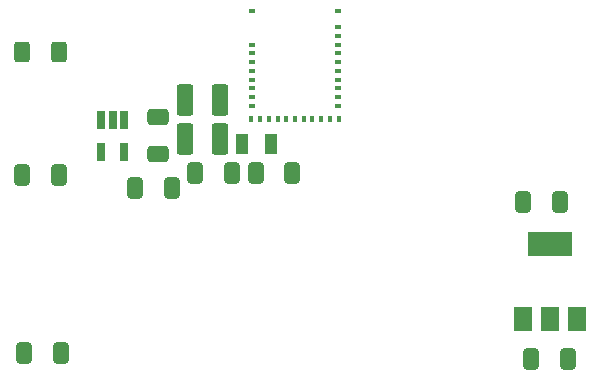
<source format=gbr>
G04 #@! TF.GenerationSoftware,KiCad,Pcbnew,6.0.6*
G04 #@! TF.CreationDate,2022-06-26T18:27:28+02:00*
G04 #@! TF.ProjectId,Sunmachine-A3,53756e6d-6163-4686-996e-652d41332e6b,rev?*
G04 #@! TF.SameCoordinates,Original*
G04 #@! TF.FileFunction,Paste,Top*
G04 #@! TF.FilePolarity,Positive*
%FSLAX46Y46*%
G04 Gerber Fmt 4.6, Leading zero omitted, Abs format (unit mm)*
G04 Created by KiCad (PCBNEW 6.0.6) date 2022-06-26 18:27:28*
%MOMM*%
%LPD*%
G01*
G04 APERTURE LIST*
G04 Aperture macros list*
%AMRoundRect*
0 Rectangle with rounded corners*
0 $1 Rounding radius*
0 $2 $3 $4 $5 $6 $7 $8 $9 X,Y pos of 4 corners*
0 Add a 4 corners polygon primitive as box body*
4,1,4,$2,$3,$4,$5,$6,$7,$8,$9,$2,$3,0*
0 Add four circle primitives for the rounded corners*
1,1,$1+$1,$2,$3*
1,1,$1+$1,$4,$5*
1,1,$1+$1,$6,$7*
1,1,$1+$1,$8,$9*
0 Add four rect primitives between the rounded corners*
20,1,$1+$1,$2,$3,$4,$5,0*
20,1,$1+$1,$4,$5,$6,$7,0*
20,1,$1+$1,$6,$7,$8,$9,0*
20,1,$1+$1,$8,$9,$2,$3,0*%
G04 Aperture macros list end*
%ADD10RoundRect,0.250000X-0.412500X-0.650000X0.412500X-0.650000X0.412500X0.650000X-0.412500X0.650000X0*%
%ADD11RoundRect,0.250000X0.412500X0.650000X-0.412500X0.650000X-0.412500X-0.650000X0.412500X-0.650000X0*%
%ADD12RoundRect,0.250000X0.400000X0.625000X-0.400000X0.625000X-0.400000X-0.625000X0.400000X-0.625000X0*%
%ADD13R,0.650000X1.560000*%
%ADD14RoundRect,0.250000X-0.650000X0.412500X-0.650000X-0.412500X0.650000X-0.412500X0.650000X0.412500X0*%
%ADD15RoundRect,0.250001X0.462499X1.074999X-0.462499X1.074999X-0.462499X-1.074999X0.462499X-1.074999X0*%
%ADD16RoundRect,0.250001X-0.462499X-1.074999X0.462499X-1.074999X0.462499X1.074999X-0.462499X1.074999X0*%
%ADD17R,1.500000X2.000000*%
%ADD18R,3.800000X2.000000*%
%ADD19R,1.000000X1.800000*%
%ADD20R,0.600000X0.400000*%
%ADD21R,0.400000X0.600000*%
G04 APERTURE END LIST*
D10*
G04 #@! TO.C,C2*
X163283500Y-80772000D03*
X166408500Y-80772000D03*
G04 #@! TD*
D11*
G04 #@! TO.C,C3*
X133515500Y-79629000D03*
X130390500Y-79629000D03*
G04 #@! TD*
D12*
G04 #@! TO.C,R2*
X123978000Y-68072000D03*
X120878000Y-68072000D03*
G04 #@! TD*
D13*
G04 #@! TO.C,U3*
X129474000Y-73834000D03*
X128524000Y-73834000D03*
X127574000Y-73834000D03*
X127574000Y-76534000D03*
X129474000Y-76534000D03*
G04 #@! TD*
D14*
G04 #@! TO.C,C6*
X132410200Y-73621500D03*
X132410200Y-76746500D03*
G04 #@! TD*
D10*
G04 #@! TO.C,C7*
X135521300Y-78308200D03*
X138646300Y-78308200D03*
G04 #@! TD*
D11*
G04 #@! TO.C,C5*
X124117500Y-93582067D03*
X120992500Y-93582067D03*
G04 #@! TD*
D15*
G04 #@! TO.C,L2*
X137631500Y-72136000D03*
X134656500Y-72136000D03*
G04 #@! TD*
D10*
G04 #@! TO.C,C4*
X120865500Y-78459259D03*
X123990500Y-78459259D03*
G04 #@! TD*
D16*
G04 #@! TO.C,L1*
X134656500Y-75438000D03*
X137631500Y-75438000D03*
G04 #@! TD*
D17*
G04 #@! TO.C,U2*
X163241528Y-90653000D03*
D18*
X165541528Y-84353000D03*
D17*
X165541528Y-90653000D03*
X167841528Y-90653000D03*
G04 #@! TD*
D19*
G04 #@! TO.C,Y1*
X139466000Y-75869800D03*
X141966000Y-75869800D03*
G04 #@! TD*
D11*
G04 #@! TO.C,C1*
X167043500Y-94107000D03*
X163918500Y-94107000D03*
G04 #@! TD*
D20*
G04 #@! TO.C,U1*
X140367987Y-64652011D03*
X140367987Y-67472011D03*
X140367987Y-68212011D03*
X140367987Y-68952011D03*
X140367987Y-69692011D03*
X140367987Y-70432011D03*
X140367987Y-71172011D03*
X140367987Y-71912011D03*
X140367987Y-72652011D03*
D21*
X140267987Y-73752011D03*
X141007987Y-73752011D03*
X141747987Y-73752011D03*
X142487987Y-73752011D03*
X143227987Y-73752011D03*
X143967987Y-73752011D03*
X144707987Y-73752011D03*
X145447987Y-73752011D03*
X146187987Y-73752011D03*
X146927987Y-73752011D03*
X147667987Y-73752011D03*
D20*
X147567987Y-72652011D03*
X147567987Y-71912011D03*
X147567987Y-71172011D03*
X147567987Y-70432011D03*
X147567987Y-69692011D03*
X147567987Y-68952011D03*
X147567987Y-68212011D03*
X147567987Y-67472011D03*
X147567987Y-66732011D03*
X147567987Y-65992011D03*
X147567987Y-64652011D03*
G04 #@! TD*
D11*
G04 #@! TO.C,C8*
X143751700Y-78308200D03*
X140626700Y-78308200D03*
G04 #@! TD*
M02*

</source>
